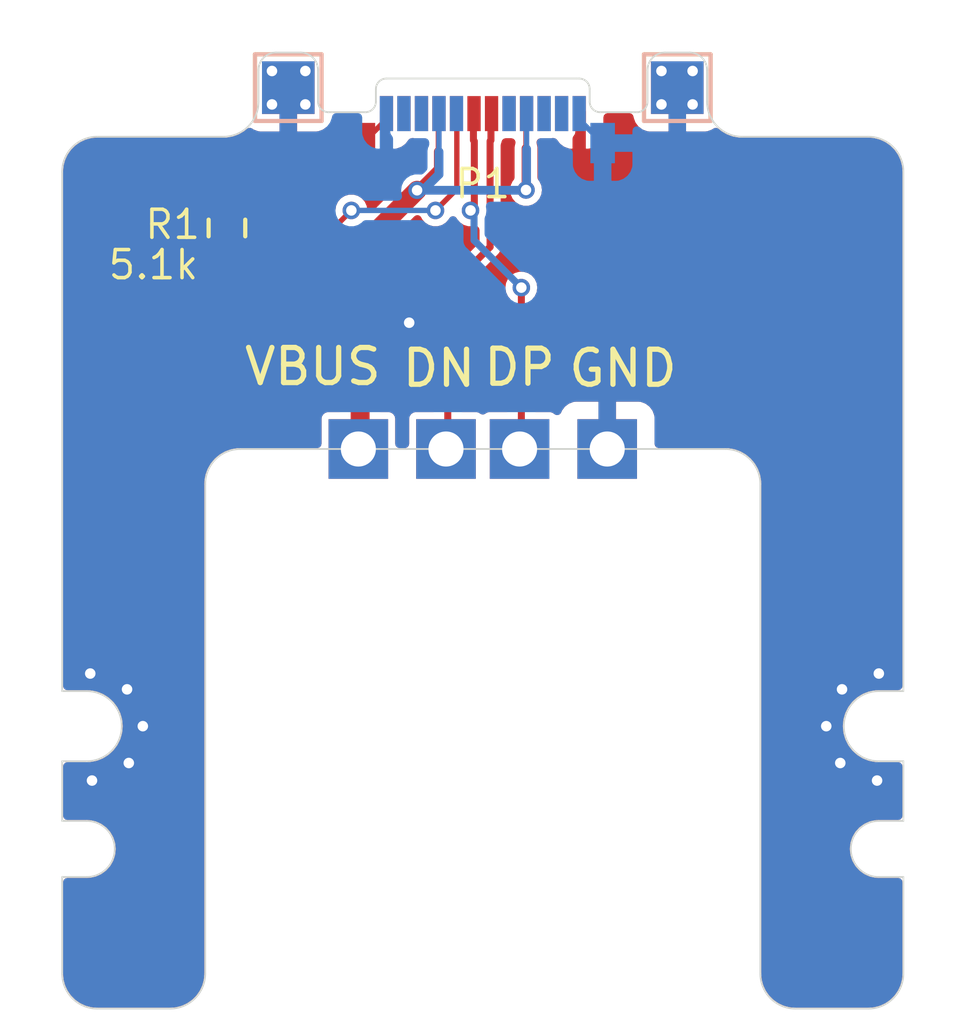
<source format=kicad_pcb>
(kicad_pcb (version 20221018) (generator pcbnew)
  (title_block (title "Expansion Card Template") (rev "X1") (company "Framework") (comment 1 "This work is licensed under a Creative Commons Attribution 4.0 International License") (comment 4 "https://frame.work"))
  (layers (0 "F.Cu" signal) (31 "B.Cu" signal) (34 "B.Paste" user) (35 "F.Paste" user) (36 "B.SilkS" user "B.Silkscreen") (37 "F.SilkS" user "F.Silkscreen") (38 "B.Mask" user) (39 "F.Mask" user) (44 "Edge.Cuts" user))
  (net 0 "")
  (net 1 "GND")
  (net 2 "Net-(P1-CC)")
  (net 3 "VBUS")
  (net 4 "/USB_DP")
  (net 5 "/USB_DN")
  (footprint "Resistor_SMD:R_0603_1608Metric" (layer "F.Cu") (at 132.7 132.3 90)
    (fp_text reference "R1" (at 0.1 -1.55) (layer "F.SilkS") (effects (font (size 0.8 0.8) (thickness 0.1016))))
    (fp_text value "5.1k")
    (fp_line (start -0.237258 -0.5225) (end 0.237258 -0.5225) (stroke (width 0.12)) (layer "F.SilkS"))
    (fp_line (start -0.237258 0.5225) (end 0.237258 0.5225) (stroke (width 0.12)) (layer "F.SilkS"))
    (pad "1" smd roundrect (at -0.825 0 90) (size 0.8 0.95) (layers "F.Cu" "F.Paste" "F.Mask") (net 2 "Net-(P1-CC)"))
    (pad "2" smd roundrect (at 0.825 0 90) (size 0.8 0.95) (layers "F.Cu" "F.Paste" "F.Mask") (net 1 "GND"))
  )
  (footprint "Expansion_Card:USB_C_Plug_Molex_105444" (layer "F.Cu") (at 140 129)
    (fp_text reference "P1" (at 0 2.04) (layer "F.SilkS") (effects (font (size 0.8 0.8) (thickness 0.1016))))
    (fp_text value "USB_C_Plug_USB2.0")
    (fp_line (start -3.35 0) (end -4.3 0) (stroke (width 0.05)) (layer "Edge.Cuts"))
    (fp_line (start -3.05 -0.66) (end -3.05 -0.3) (stroke (width 0.05)) (layer "Edge.Cuts"))
    (fp_line (start -2.75 -0.96) (end 2.75 -0.96) (stroke (width 0.05)) (layer "Edge.Cuts"))
    (fp_line (start 3.05 -0.66) (end 3.05 -0.3) (stroke (width 0.05)) (layer "Edge.Cuts"))
    (fp_line (start 3.35 0) (end 4.3 0) (stroke (width 0.05)) (layer "Edge.Cuts"))
    (fp_arc (start -3.05 -0.66) (mid -2.962132 -0.872132) (end -2.75 -0.96) (stroke (width 0.05)) (layer "Edge.Cuts"))
    (fp_arc (start -3.05 -0.3) (mid -3.137868 -0.087868) (end -3.35 0) (stroke (width 0.05)) (layer "Edge.Cuts"))
    (fp_arc (start 2.75 -0.96) (mid 2.962132 -0.872132) (end 3.05 -0.66) (stroke (width 0.05)) (layer "Edge.Cuts"))
    (fp_arc (start 3.35 0) (mid 3.137868 -0.087868) (end 3.05 -0.3) (stroke (width 0.05)) (layer "Edge.Cuts"))
    (pad "A1" smd rect (at -2.75 0.04) (size 0.38 1) (layers "F.Cu" "F.Paste" "F.Mask") (net 1 "GND"))
    (pad "A2" smd rect (at -2.25 0.04) (size 0.38 1) (layers "F.Cu" "F.Paste" "F.Mask"))
    (pad "A3" smd rect (at -1.75 0.04) (size 0.38 1) (layers "F.Cu" "F.Paste" "F.Mask"))
    (pad "A4" smd rect (at -1.25 0.04) (size 0.38 1) (layers "F.Cu" "F.Paste" "F.Mask") (net 3 "VBUS"))
    (pad "A5" smd rect (at -0.75 0.04) (size 0.38 1) (layers "F.Cu" "F.Paste" "F.Mask") (net 2 "Net-(P1-CC)"))
    (pad "A6" smd rect (at -0.25 0.04) (size 0.38 1) (layers "F.Cu" "F.Paste" "F.Mask") (net 4 "/USB_DP"))
    (pad "A7" smd rect (at 0.25 0.04) (size 0.38 1) (layers "F.Cu" "F.Paste" "F.Mask") (net 5 "/USB_DN"))
    (pad "A8" smd rect (at 0.75 0.04) (size 0.38 1) (layers "F.Cu" "F.Paste" "F.Mask"))
    (pad "A9" smd rect (at 1.25 0.04) (size 0.38 1) (layers "F.Cu" "F.Paste" "F.Mask") (net 3 "VBUS"))
    (pad "A10" smd rect (at 1.75 0.04) (size 0.38 1) (layers "F.Cu" "F.Paste" "F.Mask"))
    (pad "A11" smd rect (at 2.25 0.04) (size 0.38 1) (layers "F.Cu" "F.Paste" "F.Mask"))
    (pad "A12" smd rect (at 2.75 0.04) (size 0.38 1) (layers "F.Cu" "F.Paste" "F.Mask") (net 1 "GND"))
    (pad "B1" smd rect (at 2.75 0.04) (size 0.38 1) (layers "B.Cu" "B.Paste" "B.Mask") (net 1 "GND"))
    (pad "B2" smd rect (at 2.25 0.04) (size 0.38 1) (layers "B.Cu" "B.Paste" "B.Mask"))
    (pad "B3" smd rect (at 1.75 0.04) (size 0.38 1) (layers "B.Cu" "B.Paste" "B.Mask"))
    (pad "B4" smd rect (at 1.25 0.04) (size 0.38 1) (layers "B.Cu" "B.Paste" "B.Mask") (net 3 "VBUS"))
    (pad "B5" smd rect (at 0.75 0.04) (size 0.38 1) (layers "B.Cu" "B.Paste" "B.Mask"))
    (pad "B8" smd rect (at -0.75 0.04) (size 0.38 1) (layers "B.Cu" "B.Paste" "B.Mask"))
    (pad "B9" smd rect (at -1.25 0.04) (size 0.38 1) (layers "B.Cu" "B.Paste" "B.Mask") (net 3 "VBUS"))
    (pad "B10" smd rect (at -1.75 0.04) (size 0.38 1) (layers "B.Cu" "B.Paste" "B.Mask"))
    (pad "B11" smd rect (at -2.25 0.04) (size 0.38 1) (layers "B.Cu" "B.Paste" "B.Mask"))
    (pad "B12" smd rect (at -2.75 0.04) (size 0.38 1) (layers "B.Cu" "B.Paste" "B.Mask") (net 1 "GND"))
    (pad "S1" smd rect (at -3.42 0.88) (size 0.7 1.15) (layers "F.Cu" "F.Paste" "F.Mask") (net 1 "GND"))
    (pad "S1" smd rect (at 3.42 0.88) (size 0.7 1.15) (layers "B.Cu" "B.Paste" "B.Mask") (net 1 "GND"))
  )
  (footprint "TestPoint:TestPoint_Pad_1.5x1.5mm" (layer "F.Cu") (at 145.55 128.3)
    (fp_text reference "TP3" hide)
    (fp_text value "TestPoint")
    (fp_line (start -0.95 -0.95) (end 0.95 -0.95) (stroke (width 0.12)) (layer "F.SilkS"))
    (fp_line (start -0.95 0.95) (end -0.95 -0.95) (stroke (width 0.12)) (layer "F.SilkS"))
    (fp_line (start 0.95 -0.95) (end 0.95 0.95) (stroke (width 0.12)) (layer "F.SilkS"))
    (fp_line (start 0.95 0.95) (end -0.95 0.95) (stroke (width 0.12)) (layer "F.SilkS"))
    (pad "1" smd rect (at 0 0) (size 1.5 1.5) (layers "F.Cu" "F.Mask") (net 1 "GND"))
  )
  (footprint "TestPoint:TestPoint_Pad_1.5x1.5mm" (layer "F.Cu") (at 134.45 128.3)
    (fp_text reference "TP1" hide)
    (fp_text value "TestPoint")
    (fp_line (start -0.95 -0.95) (end 0.95 -0.95) (stroke (width 0.12)) (layer "F.SilkS"))
    (fp_line (start -0.95 0.95) (end -0.95 -0.95) (stroke (width 0.12)) (layer "F.SilkS"))
    (fp_line (start 0.95 -0.95) (end 0.95 0.95) (stroke (width 0.12)) (layer "F.SilkS"))
    (fp_line (start 0.95 0.95) (end -0.95 0.95) (stroke (width 0.12)) (layer "F.SilkS"))
    (pad "1" smd rect (at 0 0) (size 1.5 1.5) (layers "F.Cu" "F.Mask") (net 1 "GND"))
  )
  (footprint "Expansion_Card:Castellated_2" (layer "F.Cu") (at 141.05 138.6)
    (fp_text reference "DP" (at 0 -2.33) (layer "F.SilkS"))
    (fp_text value "Castellated_2")
    (pad "1" thru_hole rect (at 0 0) (size 1.7 1.7) (drill 1) (property pad_prop_castellated) (layers "*.Cu" "*.Mask") (net 4 "/USB_DP"))
  )
  (footprint "Expansion_Card:Castellated_2" (layer "F.Cu") (at 136.45 138.6)
    (fp_text reference "VBUS" (at -1.3 -2.35) (layer "F.SilkS"))
    (fp_text value "Castellated_2")
    (pad "1" thru_hole rect (at 0 0) (size 1.7 1.7) (drill 1) (property pad_prop_castellated) (layers "*.Cu" "*.Mask") (net 3 "VBUS"))
  )
  (footprint "Expansion_Card:Castellated_2" (layer "F.Cu") (at 138.95 138.6)
    (fp_text reference "DN" (at -0.2 -2.3) (layer "F.SilkS"))
    (fp_text value "Castellated_2")
    (pad "1" thru_hole rect (at 0 0) (size 1.7 1.7) (drill 1) (property pad_prop_castellated) (layers "*.Cu" "*.Mask") (net 5 "/USB_DN"))
  )
  (footprint "Expansion_Card:Logitech_Unifying_Reciever_no_pads" (layer "F.Cu") (at 140 152 90)
    (fp_text reference "GND" hide)
    (fp_text value "Logitech_Unifying_Reciever")
  )
  (footprint "Expansion_Card:Castellated_2" (layer "F.Cu") (at 143.55 138.6)
    (fp_text reference "GND" (at 0.45 -2.3) (layer "F.SilkS"))
    (fp_text value "Castellated_2")
    (pad "1" thru_hole rect (at 0 0) (size 1.7 1.7) (drill 1) (property pad_prop_castellated) (layers "*.Cu" "*.Mask") (net 1 "GND"))
  )
  (footprint "TestPoint:TestPoint_Pad_1.5x1.5mm" (layer "B.Cu") (at 134.45 128.3 180)
    (fp_text reference "TP2" hide)
    (fp_text value "TestPoint")
    (fp_line (start -0.95 -0.95) (end -0.95 0.95) (stroke (width 0.12)) (layer "B.SilkS"))
    (fp_line (start -0.95 0.95) (end 0.95 0.95) (stroke (width 0.12)) (layer "B.SilkS"))
    (fp_line (start 0.95 -0.95) (end -0.95 -0.95) (stroke (width 0.12)) (layer "B.SilkS"))
    (fp_line (start 0.95 0.95) (end 0.95 -0.95) (stroke (width 0.12)) (layer "B.SilkS"))
    (pad "1" smd rect (at 0 0 180) (size 1.5 1.5) (layers "B.Cu" "B.Mask") (net 1 "GND"))
  )
  (footprint "TestPoint:TestPoint_Pad_1.5x1.5mm" (layer "B.Cu") (at 145.55 128.3 180)
    (fp_text reference "TP4" hide)
    (fp_text value "TestPoint")
    (fp_line (start -0.95 -0.95) (end -0.95 0.95) (stroke (width 0.12)) (layer "B.SilkS"))
    (fp_line (start -0.95 0.95) (end 0.95 0.95) (stroke (width 0.12)) (layer "B.SilkS"))
    (fp_line (start 0.95 -0.95) (end -0.95 -0.95) (stroke (width 0.12)) (layer "B.SilkS"))
    (fp_line (start 0.95 0.95) (end 0.95 -0.95) (stroke (width 0.12)) (layer "B.SilkS"))
    (pad "1" smd rect (at 0 0 180) (size 1.5 1.5) (layers "B.Cu" "B.Mask") (net 1 "GND"))
  )
  (gr_arc (start 144.7 128.7) (mid 144.612132 128.912132) (end 144.4 129) (stroke (width 0.05)) (layer "Edge.Cuts"))
  (gr_line (start 144.3 129) (end 144.4 129) (stroke (width 0.05)) (layer "Edge.Cuts"))
  (gr_arc (start 135.6 129) (mid 135.387868 128.912132) (end 135.3 128.7) (stroke (width 0.05)) (layer "Edge.Cuts"))
  (gr_line (start 128 150.8) (end 128.7 150.8) (stroke (width 0.05)) (layer "Edge.Cuts"))
  (gr_line (start 128 149.2) (end 128 147.5) (stroke (width 0.05)) (layer "Edge.Cuts"))
  (gr_line (start 151 154.55) (end 148.92 154.55) (stroke (width 0.05)) (layer "Edge.Cuts"))
  (gr_arc (start 133.6 128.7) (mid 133.307107 129.407107) (end 132.6 129.7) (stroke (width 0.05)) (layer "Edge.Cuts"))
  (gr_arc (start 146.92 138.6) (mid 147.627107 138.892893) (end 147.92 139.6) (stroke (width 0.05)) (layer "Edge.Cuts"))
  (gr_arc (start 151.3 147.5) (mid 150.3 146.5) (end 151.3 145.5) (stroke (width 0.05)) (layer "Edge.Cuts"))
  (gr_arc (start 148.92 154.55) (mid 148.212893 154.257107) (end 147.92 153.55) (stroke (width 0.05)) (layer "Edge.Cuts"))
  (gr_line (start 131.08 154.55) (end 129 154.55) (stroke (width 0.05)) (layer "Edge.Cuts"))
  (gr_line (start 151.3 145.5) (end 152 145.5) (stroke (width 0.05)) (layer "Edge.Cuts"))
  (gr_arc (start 144.7 127.8) (mid 144.846447 127.446447) (end 145.2 127.3) (stroke (width 0.05)) (layer "Edge.Cuts"))
  (gr_line (start 128 150.8) (end 128 153.55) (stroke (width 0.05)) (layer "Edge.Cuts"))
  (gr_line (start 146.4 128.7) (end 146.4 127.8) (stroke (width 0.05)) (layer "Edge.Cuts"))
  (gr_arc (start 132.08 139.6) (mid 132.372893 138.892893) (end 133.08 138.6) (stroke (width 0.05)) (layer "Edge.Cuts"))
  (gr_line (start 147.4 129.7) (end 151 129.7) (stroke (width 0.05)) (layer "Edge.Cuts"))
  (gr_line (start 151.3 147.5) (end 152 147.5) (stroke (width 0.05)) (layer "Edge.Cuts"))
  (gr_line (start 135.3 128.7) (end 135.3 127.8) (stroke (width 0.05)) (layer "Edge.Cuts"))
  (gr_line (start 128.7 145.5) (end 128 145.5) (stroke (width 0.05)) (layer "Edge.Cuts"))
  (gr_arc (start 134.8 127.3) (mid 135.153553 127.446447) (end 135.3 127.8) (stroke (width 0.05)) (layer "Edge.Cuts"))
  (gr_arc (start 151 129.7) (mid 151.707107 129.992893) (end 152 130.7) (stroke (width 0.05)) (layer "Edge.Cuts"))
  (gr_arc (start 147.4 129.7) (mid 146.692893 129.407107) (end 146.4 128.7) (stroke (width 0.05)) (layer "Edge.Cuts"))
  (gr_line (start 147.92 153.55) (end 147.92 139.6) (stroke (width 0.05)) (layer "Edge.Cuts"))
  (gr_line (start 128.7 147.5) (end 128 147.5) (stroke (width 0.05)) (layer "Edge.Cuts"))
  (gr_arc (start 129 154.55) (mid 128.292893 154.257107) (end 128 153.55) (stroke (width 0.05)) (layer "Edge.Cuts"))
  (gr_line (start 151.3 150.8) (end 152 150.8) (stroke (width 0.05)) (layer "Edge.Cuts"))
  (gr_arc (start 133.6 127.8) (mid 133.746447 127.446447) (end 134.1 127.3) (stroke (width 0.05)) (layer "Edge.Cuts"))
  (gr_line (start 133.08 138.6) (end 146.92 138.6) (stroke (width 0.05)) (layer "Edge.Cuts"))
  (gr_line (start 132.6 129.7) (end 129 129.7) (stroke (width 0.05)) (layer "Edge.Cuts"))
  (gr_line (start 132.08 153.55) (end 132.08 139.6) (stroke (width 0.05)) (layer "Edge.Cuts"))
  (gr_line (start 152 145.5) (end 152 130.7) (stroke (width 0.05)) (layer "Edge.Cuts"))
  (gr_line (start 151.3 149.2) (end 152 149.2) (stroke (width 0.05)) (layer "Edge.Cuts"))
  (gr_arc (start 151.3 150.8) (mid 150.5 150) (end 151.3 149.2) (stroke (width 0.05)) (layer "Edge.Cuts"))
  (gr_arc (start 145.9 127.3) (mid 146.253553 127.446447) (end 146.4 127.8) (stroke (width 0.05)) (layer "Edge.Cuts"))
  (gr_arc (start 128 130.7) (mid 128.292893 129.992893) (end 129 129.7) (stroke (width 0.05)) (layer "Edge.Cuts"))
  (gr_line (start 152 149.2) (end 152 147.5) (stroke (width 0.05)) (layer "Edge.Cuts"))
  (gr_line (start 128 145.5) (end 128 130.7) (stroke (width 0.05)) (layer "Edge.Cuts"))
  (gr_arc (start 132.08 153.55) (mid 131.787107 154.257107) (end 131.08 154.55) (stroke (width 0.05)) (layer "Edge.Cuts"))
  (gr_arc (start 128.7 145.5) (mid 129.7 146.5) (end 128.7 147.5) (stroke (width 0.05)) (layer "Edge.Cuts"))
  (gr_line (start 128.7 149.2) (end 128 149.2) (stroke (width 0.05)) (layer "Edge.Cuts"))
  (gr_line (start 135.6 129) (end 135.7 129) (stroke (width 0.05)) (layer "Edge.Cuts"))
  (gr_line (start 152 153.55) (end 152 150.8) (stroke (width 0.05)) (layer "Edge.Cuts"))
  (gr_line (start 144.7 128.7) (end 144.7 127.8) (stroke (width 0.05)) (layer "Edge.Cuts"))
  (gr_line (start 134.8 127.3) (end 134.1 127.3) (stroke (width 0.05)) (layer "Edge.Cuts"))
  (gr_arc (start 128.7 149.2) (mid 129.5 150) (end 128.7 150.8) (stroke (width 0.05)) (layer "Edge.Cuts"))
  (gr_arc (start 152 153.55) (mid 151.707107 154.257107) (end 151 154.55) (stroke (width 0.05)) (layer "Edge.Cuts"))
  (gr_line (start 145.9 127.3) (end 145.2 127.3) (stroke (width 0.05)) (layer "Edge.Cuts"))
  (gr_line (start 133.6 128.7) (end 133.6 127.8) (stroke (width 0.05)) (layer "Edge.Cuts"))
  (gr_text "5.1k" (at 130.6 133.35) (layer "F.SilkS") (effects (font (size 0.8 0.8) (thickness 0.1016))))
  (segment (start 137.232999 129.22) (end 136.562999 129.89) (width 0.1524) (layer "F.Cu") (net 1))
  (segment (start 142.75 131.05) (end 142.75 129.067001) (width 0.1524) (layer "F.Cu") (net 1))
  (via (at 128.8 145) (size 0.5) (drill 0.3) (layers "F.Cu" "B.Cu") (net 1))
  (via (at 128.85 148.05) (size 0.5) (drill 0.3) (layers "F.Cu" "B.Cu") (net 1))
  (via (at 133.985 127.8255) (size 0.5) (drill 0.3) (layers "F.Cu" "B.Cu") (net 1))
  (via (at 151.25 148.05) (size 0.5) (drill 0.3) (layers "F.Cu" "B.Cu") (net 1))
  (via (at 129.9 147.55) (size 0.5) (drill 0.3) (layers "F.Cu" "B.Cu") (net 1))
  (via (at 137.9 135) (size 0.5) (drill 0.3) (layers "F.Cu" "B.Cu") (net 1))
  (via (at 133.985 128.778) (size 0.5) (drill 0.3) (layers "F.Cu" "B.Cu") (net 1))
  (via (at 130.3 146.5) (size 0.5) (drill 0.3) (layers "F.Cu" "B.Cu") (net 1))
  (via (at 129.85 145.45) (size 0.5) (drill 0.3) (layers "F.Cu" "B.Cu") (net 1))
  (via (at 151.3 145) (size 0.5) (drill 0.3) (layers "F.Cu" "B.Cu") (net 1))
  (via (at 149.8 146.5) (size 0.5) (drill 0.3) (layers "F.Cu" "B.Cu") (net 1))
  (via (at 134.9375 127.8255) (size 0.5) (drill 0.3) (layers "F.Cu" "B.Cu") (net 1))
  (via (at 150.25 145.45) (size 0.5) (drill 0.3) (layers "F.Cu" "B.Cu") (net 1))
  (via (at 145.0975 127.8255) (size 0.5) (drill 0.3) (layers "F.Cu" "B.Cu") (net 1))
  (via (at 150.2 147.55) (size 0.5) (drill 0.3) (layers "F.Cu" "B.Cu") (net 1))
  (via (at 145.0975 128.778) (size 0.5) (drill 0.3) (layers "F.Cu" "B.Cu") (net 1))
  (via (at 134.9375 128.778) (size 0.5) (drill 0.3) (layers "F.Cu" "B.Cu") (net 1))
  (via (at 145.9865 127.8255) (size 0.5) (drill 0.3) (layers "F.Cu" "B.Cu") (net 1))
  (via (at 145.9865 128.778) (size 0.5) (drill 0.3) (layers "F.Cu" "B.Cu") (net 1))
  (segment (start 143.42 129.88) (end 142.75 129.21) (width 0.1524) (layer "B.Cu") (net 1))
  (segment (start 137.25 130.991499) (end 137.25 129.0085) (width 0.1524) (layer "B.Cu") (net 1))
  (segment (start 136.25 131.8) (end 134.925 133.125) (width 0.1524) (layer "F.Cu") (net 2))
  (segment (start 139.259204 129.076205) (end 139.259204 131.190796) (width 0.1524) (layer "F.Cu") (net 2))
  (segment (start 139.259204 131.190796) (end 138.65 131.8) (width 0.1524) (layer "F.Cu") (net 2))
  (segment (start 134.925 133.125) (end 132.7 133.125) (width 0.1524) (layer "F.Cu") (net 2))
  (via (at 138.65 131.8) (size 0.5) (drill 0.3) (layers "F.Cu" "B.Cu") (net 2))
  (via (at 136.25 131.8) (size 0.5) (drill 0.3) (layers "F.Cu" "B.Cu") (net 2))
  (segment (start 138.65 131.8) (end 136.25 131.8) (width 0.1524) (layer "B.Cu") (net 2))
  (segment (start 138.125 131.225) (end 138.732999 130.617001) (width 0.254) (layer "F.Cu") (net 3))
  (segment (start 136.5 132.85) (end 136.5 138.15042) (width 0.54) (layer "F.Cu") (net 3))
  (segment (start 141.232999 129.05) (end 141.232999 130.032) (width 0.1524) (layer "F.Cu") (net 3))
  (segment (start 138.732999 129.05) (end 138.732999 130.123968) (width 0.1524) (layer "F.Cu") (net 3))
  (segment (start 141.232999 131.217001) (end 141.232999 130.032) (width 0.25) (layer "F.Cu") (net 3))
  (segment (start 138.732999 130.617001) (end 138.732999 130.123968) (width 0.254) (layer "F.Cu") (net 3))
  (segment (start 138.125 131.225) (end 136.5 132.85) (width 0.54) (layer "F.Cu") (net 3))
  (via (at 141.232999 131.217001) (size 0.5) (drill 0.3) (layers "F.Cu" "B.Cu") (net 3))
  (via (at 138.125 131.225) (size 0.5) (drill 0.3) (layers "F.Cu" "B.Cu") (net 3))
  (segment (start 141.225 131.225) (end 141.232999 131.217001) (width 0.25) (layer "B.Cu") (net 3))
  (segment (start 138.296516 131.225) (end 138.75 130.771516) (width 0.254) (layer "B.Cu") (net 3))
  (segment (start 141.25 129.068) (end 141.25 130.05) (width 0.1524) (layer "B.Cu") (net 3))
  (segment (start 138.75 130.771516) (end 138.75 130.128483) (width 0.254) (layer "B.Cu") (net 3))
  (segment (start 138.125 131.225) (end 141.225 131.225) (width 0.25) (layer "B.Cu") (net 3))
  (segment (start 138.75 129.054515) (end 138.75 130.128483) (width 0.1524) (layer "B.Cu") (net 3))
  (segment (start 141.25 131.235001) (end 141.25 130.05) (width 0.25) (layer "B.Cu") (net 3))
  (segment (start 138.125 131.225) (end 138.296516 131.225) (width 0.254) (layer "B.Cu") (net 3))
  (segment (start 141.1 134) (end 141.1 138.026014) (width 0.2) (layer "F.Cu") (net 4))
  (segment (start 139.65 131.7995) (end 139.757999 131.691501) (width 0.2) (layer "F.Cu") (net 4))
  (segment (start 139.732999 129.05) (end 139.732999 129.800001) (width 0.2) (layer "F.Cu") (net 4))
  (segment (start 139.757999 131.691501) (end 139.757999 129.825001) (width 0.2) (layer "F.Cu") (net 4))
  (via (at 139.65 131.7995) (size 0.5) (drill 0.3) (layers "F.Cu" "B.Cu") (net 4))
  (via (at 141.1 134) (size 0.5) (drill 0.3) (layers "F.Cu" "B.Cu") (net 4))
  (segment (start 139.75 132.65) (end 141.1 134) (width 0.2) (layer "B.Cu") (net 4))
  (segment (start 139.65 131.7995) (end 139.75 131.8995) (width 0.2) (layer "B.Cu") (net 4))
  (segment (start 139.75 131.8995) (end 139.75 132.65) (width 0.2) (layer "B.Cu") (net 4))
  (segment (start 139.001254 134.048746) (end 139.001254 138.12476) (width 0.2) (layer "F.Cu") (net 5))
  (segment (start 140.232999 129.05) (end 140.232999 129.800001) (width 0.2) (layer "F.Cu") (net 5))
  (segment (start 140.207999 132.842001) (end 139.001254 134.048746) (width 0.2) (layer "F.Cu") (net 5))
  (segment (start 140.207999 129.825001) (end 140.207999 132.842001) (width 0.2) (layer "F.Cu") (net 5))
  (zone (net 1) (net_name "GND") (layer "F.Cu") (connect_pads (clearance 0.1524)) (min_thickness 0.25) (fill yes (thermal_gap 0.5) (thermal_bridge_width 0.5))
    (polygon (pts (xy 126.95 126.25) (xy 152.3 126.25) (xy 152.3 154.9) (xy 127.05 154.95)))
  )
  (zone (net 1) (net_name "GND") (layer "B.Cu") (connect_pads (clearance 0.1524)) (min_thickness 0.25) (fill yes (thermal_gap 0.5) (thermal_bridge_width 0.5))
    (polygon (pts (xy 152.45 126.25) (xy 127.1 126.25) (xy 127.1 154.9) (xy 152.35 154.95)))
  )
)
</source>
